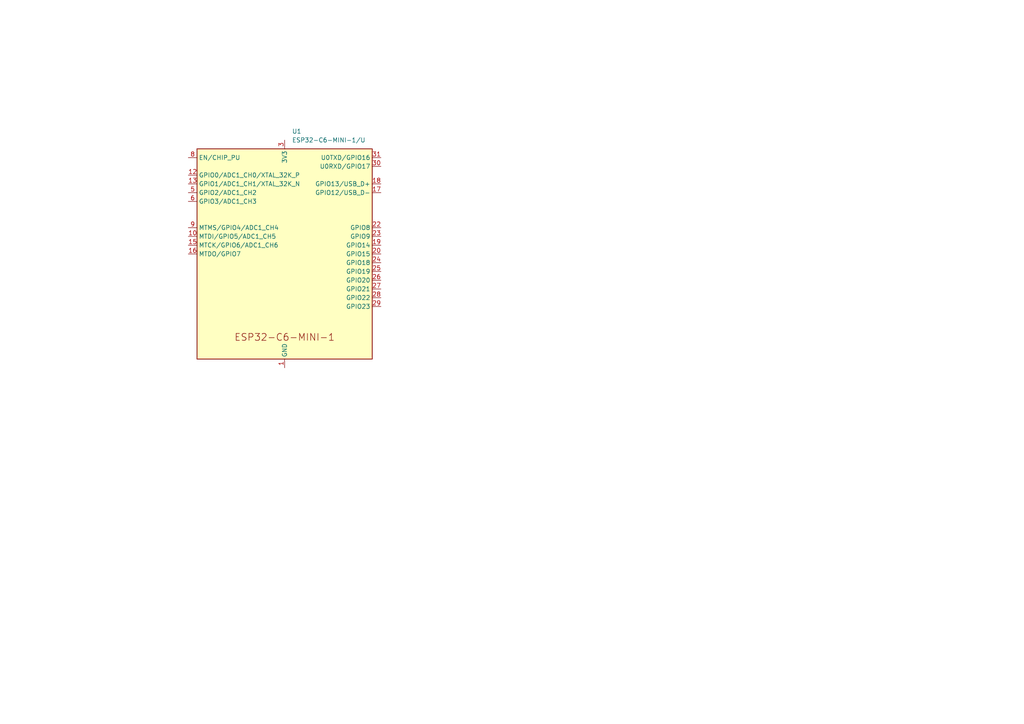
<source format=kicad_sch>
(kicad_sch (version 20250114) (generator "eeschema") (generator_version "9.0")
  (paper "A4")
  (lib_symbols
    (symbol "PCM_Espressif:ESP32-C6-MINI-1/U"
      (property "Reference" "U" (at -25.4 35.56 0))
      (property "Value" "ESP32-C6-MINI-1/U" (at -25.4 33.02 0))
      (symbol "ESP32-C6-MINI-1/U_0_0"
        (text "ESP32-C6-MINI-1" (at 0 -24.13 0) (effects (font (size 2 2))))
      )
      (symbol "ESP32-C6-MINI-1/U_0_1"
        (rectangle (start -25.4 30.48) (end 25.4 -30.48) (stroke (width 0.254)) (fill (type background)))
      )
      (symbol "ESP32-C6-MINI-1/U_1_1"
        (pin input line (at -27.94 27.94 0) (length 2.54) (name "EN/CHIP_PU") (number "8"))
        (pin bidirectional line (at -27.94 22.86 0) (length 2.54) (name "GPIO0/ADC1_CH0/XTAL_32K_P") (number "12"))
        (pin bidirectional line (at -27.94 20.32 0) (length 2.54) (name "GPIO1/ADC1_CH1/XTAL_32K_N") (number "13"))
        (pin bidirectional line (at -27.94 17.78 0) (length 2.54) (name "GPIO2/ADC1_CH2") (number "5"))
        (pin bidirectional line (at -27.94 15.24 0) (length 2.54) (name "GPIO3/ADC1_CH3") (number "6"))
        (pin bidirectional line (at -27.94 7.62 0) (length 2.54) (name "MTMS/GPIO4/ADC1_CH4") (number "9"))
        (pin bidirectional line (at -27.94 5.08 0) (length 2.54) (name "MTDI/GPIO5/ADC1_CH5") (number "10"))
        (pin bidirectional line (at -27.94 2.54 0) (length 2.54) (name "MTCK/GPIO6/ADC1_CH6") (number "15"))
        (pin bidirectional line (at -27.94 0 0) (length 2.54) (name "MTDO/GPIO7") (number "16"))
        (pin no_connect line (at -25.4 -5.08 0) (length 2.54) (hide yes) (name "NC") (number "4"))
        (pin no_connect line (at -25.4 -7.62 0) (length 2.54) (hide yes) (name "NC") (number "7"))
        (pin no_connect line (at -25.4 -10.16 0) (length 2.54) (hide yes) (name "NC") (number "21"))
        (pin no_connect line (at -25.4 -12.7 0) (length 2.54) (hide yes) (name "NC") (number "32"))
        (pin no_connect line (at -25.4 -15.24 0) (length 2.54) (hide yes) (name "NC") (number "33"))
        (pin no_connect line (at -25.4 -17.78 0) (length 2.54) (hide yes) (name "NC") (number "34"))
        (pin no_connect line (at -25.4 -20.32 0) (length 2.54) (hide yes) (name "NC") (number "35"))
        (pin power_in line (at 0 33.02 270) (length 2.54) (name "3V3") (number "3"))
        (pin power_in line (at 0 -33.02 90) (length 2.54) (name "GND") (number "1"))
        (pin passive line (at 0 -33.02 90) (length 2.54) (hide yes) (name "GND") (number "11"))
        (pin passive line (at 0 -33.02 90) (length 2.54) (hide yes) (name "GND") (number "14"))
        (pin passive line (at 0 -33.02 90) (length 2.54) (hide yes) (name "GND") (number "2"))
        (pin passive line (at 0 -33.02 90) (length 2.54) (hide yes) (name "GND") (number "36"))
        (pin passive line (at 0 -33.02 90) (length 2.54) (hide yes) (name "GND") (number "37"))
        (pin passive line (at 0 -33.02 90) (length 2.54) (hide yes) (name "GND") (number "38"))
        (pin passive line (at 0 -33.02 90) (length 2.54) (hide yes) (name "GND") (number "39"))
        (pin passive line (at 0 -33.02 90) (length 2.54) (hide yes) (name "GND") (number "40"))
        (pin passive line (at 0 -33.02 90) (length 2.54) (hide yes) (name "GND") (number "41"))
        (pin passive line (at 0 -33.02 90) (length 2.54) (hide yes) (name "GND") (number "42"))
        (pin passive line (at 0 -33.02 90) (length 2.54) (hide yes) (name "GND") (number "43"))
        (pin passive line (at 0 -33.02 90) (length 2.54) (hide yes) (name "GND") (number "44"))
        (pin passive line (at 0 -33.02 90) (length 2.54) (hide yes) (name "GND") (number "45"))
        (pin passive line (at 0 -33.02 90) (length 2.54) (hide yes) (name "GND") (number "46"))
        (pin passive line (at 0 -33.02 90) (length 2.54) (hide yes) (name "GND") (number "47"))
        (pin passive line (at 0 -33.02 90) (length 2.54) (hide yes) (name "GND") (number "48"))
        (pin passive line (at 0 -33.02 90) (length 2.54) (hide yes) (name "GND") (number "49"))
        (pin passive line (at 0 -33.02 90) (length 2.54) (hide yes) (name "GND") (number "50"))
        (pin passive line (at 0 -33.02 90) (length 2.54) (hide yes) (name "GND") (number "51"))
        (pin passive line (at 0 -33.02 90) (length 2.54) (hide yes) (name "GND") (number "52"))
        (pin passive line (at 0 -33.02 90) (length 2.54) (hide yes) (name "GND") (number "53"))
        (pin bidirectional line (at 27.94 27.94 180) (length 2.54) (name "U0TXD/GPIO16") (number "31"))
        (pin bidirectional line (at 27.94 25.4 180) (length 2.54) (name "U0RXD/GPIO17") (number "30"))
        (pin bidirectional line (at 27.94 20.32 180) (length 2.54) (name "GPIO13/USB_D+") (number "18"))
        (pin bidirectional line (at 27.94 17.78 180) (length 2.54) (name "GPIO12/USB_D-") (number "17"))
        (pin bidirectional line (at 27.94 7.62 180) (length 2.54) (name "GPIO8") (number "22"))
        (pin bidirectional line (at 27.94 5.08 180) (length 2.54) (name "GPIO9") (number "23"))
        (pin bidirectional line (at 27.94 2.54 180) (length 2.54) (name "GPIO14") (number "19"))
        (pin bidirectional line (at 27.94 0 180) (length 2.54) (name "GPIO15") (number "20"))
        (pin bidirectional line (at 27.94 -2.54 180) (length 2.54) (name "GPIO18") (number "24"))
        (pin bidirectional line (at 27.94 -5.08 180) (length 2.54) (name "GPIO19") (number "25"))
        (pin bidirectional line (at 27.94 -7.62 180) (length 2.54) (name "GPIO20") (number "26"))
        (pin bidirectional line (at 27.94 -10.16 180) (length 2.54) (name "GPIO21") (number "27"))
        (pin bidirectional line (at 27.94 -12.7 180) (length 2.54) (name "GPIO22") (number "28"))
        (pin bidirectional line (at 27.94 -15.24 180) (length 2.54) (name "GPIO23") (number "29"))
      )
    )
  )
  (symbol (lib_id "PCM_Espressif:ESP32-C6-MINI-1/U") (at 82.55 73.66 0) (unit 1)
    (property "Reference" "U1" (at 84.6933 38.1 0) (effects (justify left)))
    (property "Value" "ESP32-C6-MINI-1/U" (at 84.6933 40.64 0) (effects (justify left)))
    (property "Footprint" "PCM_Espressif:ESP32-C6-MINI-1" (effects (hide yes)))
    (property "Datasheet" "https://www.espressif.com/sites/default/files/documentation/esp32-c6-mini-1_datasheet_en.pdf" (effects (hide yes)))
    (property "Description" "ESP32-C6-MINI-1 is a module that supports 2.4 GHz Wi-Fi 6 (802.11 ax), Bluetooth® 5 (LE), Zigbee and Thread (802.15.4)" (effects (hide yes)))
  )
)
</source>
